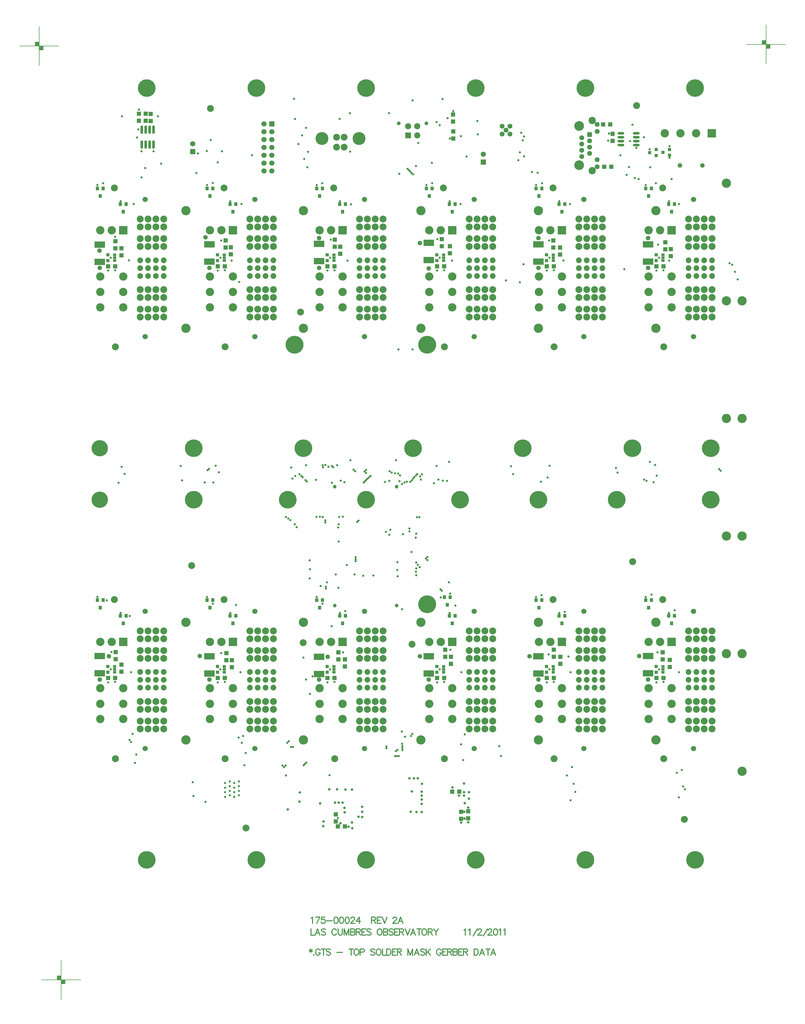
<source format=gts>
%FSLAX23Y23*%
%MOIN*%
G70*
G01*
G75*
G04 Layer_Color=8388736*
%ADD10R,0.035X0.037*%
%ADD11R,0.035X0.037*%
%ADD12O,0.079X0.024*%
%ADD13R,0.036X0.028*%
%ADD14R,0.036X0.036*%
%ADD15R,0.050X0.050*%
%ADD16O,0.028X0.098*%
%ADD17R,0.126X0.071*%
%ADD18R,0.050X0.050*%
%ADD19C,0.010*%
%ADD20C,0.050*%
%ADD21C,0.008*%
%ADD22C,0.005*%
%ADD23C,0.012*%
%ADD24C,0.006*%
%ADD25C,0.012*%
%ADD26C,0.012*%
%ADD27C,0.079*%
%ADD28C,0.157*%
%ADD29C,0.020*%
%ADD30C,0.039*%
%ADD31C,0.220*%
%ADD32C,0.085*%
%ADD33C,0.055*%
%ADD34C,0.116*%
%ADD35R,0.055X0.055*%
%ADD36R,0.098X0.098*%
%ADD37C,0.098*%
%ADD38C,0.059*%
%ADD39C,0.080*%
%ADD40C,0.065*%
%ADD41C,0.055*%
%ADD42R,0.098X0.098*%
%ADD43R,0.059X0.059*%
%ADD44R,0.070X0.070*%
%ADD45C,0.070*%
%ADD46C,0.040*%
%ADD47C,0.110*%
%ADD48C,0.217*%
%ADD49C,0.200*%
%ADD50C,0.026*%
%ADD51C,0.050*%
%ADD52C,0.024*%
%ADD53C,0.025*%
%ADD54C,0.040*%
%ADD55C,0.076*%
%ADD56C,0.131*%
%ADD57C,0.080*%
%ADD58C,0.206*%
%ADD59C,0.102*%
%ADD60C,0.075*%
%ADD61C,0.168*%
%ADD62C,0.091*%
%ADD63C,0.138*%
%ADD64C,0.092*%
G04:AMPARAMS|DCode=65|XSize=100mil|YSize=100mil|CornerRadius=0mil|HoleSize=0mil|Usage=FLASHONLY|Rotation=0.000|XOffset=0mil|YOffset=0mil|HoleType=Round|Shape=Relief|Width=10mil|Gap=10mil|Entries=4|*
%AMTHD65*
7,0,0,0.100,0.080,0.010,45*
%
%ADD65THD65*%
%ADD66C,0.073*%
%ADD67C,0.099*%
%ADD68C,0.075*%
%ADD69C,0.168*%
%ADD70C,0.053*%
%ADD71C,0.068*%
G04:AMPARAMS|DCode=72|XSize=70mil|YSize=70mil|CornerRadius=0mil|HoleSize=0mil|Usage=FLASHONLY|Rotation=0.000|XOffset=0mil|YOffset=0mil|HoleType=Round|Shape=Relief|Width=10mil|Gap=10mil|Entries=4|*
%AMTHD72*
7,0,0,0.070,0.050,0.010,45*
%
%ADD72THD72*%
G04:AMPARAMS|DCode=73|XSize=111.181mil|YSize=111.181mil|CornerRadius=0mil|HoleSize=0mil|Usage=FLASHONLY|Rotation=0.000|XOffset=0mil|YOffset=0mil|HoleType=Round|Shape=Relief|Width=30mil|Gap=10mil|Entries=4|*
%AMTHD73*
7,0,0,0.111,0.091,0.030,45*
%
%ADD73THD73*%
G04:AMPARAMS|DCode=74|XSize=112mil|YSize=112mil|CornerRadius=0mil|HoleSize=0mil|Usage=FLASHONLY|Rotation=0.000|XOffset=0mil|YOffset=0mil|HoleType=Round|Shape=Relief|Width=30mil|Gap=10mil|Entries=4|*
%AMTHD74*
7,0,0,0.112,0.092,0.030,45*
%
%ADD74THD74*%
G04:AMPARAMS|DCode=75|XSize=119.055mil|YSize=119.055mil|CornerRadius=0mil|HoleSize=0mil|Usage=FLASHONLY|Rotation=0.000|XOffset=0mil|YOffset=0mil|HoleType=Round|Shape=Relief|Width=30mil|Gap=10mil|Entries=4|*
%AMTHD75*
7,0,0,0.119,0.099,0.030,45*
%
%ADD75THD75*%
G04:AMPARAMS|DCode=76|XSize=100mil|YSize=100mil|CornerRadius=0mil|HoleSize=0mil|Usage=FLASHONLY|Rotation=0.000|XOffset=0mil|YOffset=0mil|HoleType=Round|Shape=Relief|Width=30mil|Gap=10mil|Entries=4|*
%AMTHD76*
7,0,0,0.100,0.080,0.030,45*
%
%ADD76THD76*%
G04:AMPARAMS|DCode=77|XSize=130mil|YSize=130mil|CornerRadius=0mil|HoleSize=0mil|Usage=FLASHONLY|Rotation=0.000|XOffset=0mil|YOffset=0mil|HoleType=Round|Shape=Relief|Width=30mil|Gap=10mil|Entries=4|*
%AMTHD77*
7,0,0,0.130,0.110,0.030,45*
%
%ADD77THD77*%
G04:AMPARAMS|DCode=78|XSize=88mil|YSize=88mil|CornerRadius=0mil|HoleSize=0mil|Usage=FLASHONLY|Rotation=0.000|XOffset=0mil|YOffset=0mil|HoleType=Round|Shape=Relief|Width=30mil|Gap=10mil|Entries=4|*
%AMTHD78*
7,0,0,0.088,0.068,0.030,45*
%
%ADD78THD78*%
G04:AMPARAMS|DCode=79|XSize=70mil|YSize=70mil|CornerRadius=0mil|HoleSize=0mil|Usage=FLASHONLY|Rotation=0.000|XOffset=0mil|YOffset=0mil|HoleType=Round|Shape=Relief|Width=30mil|Gap=10mil|Entries=4|*
%AMTHD79*
7,0,0,0.070,0.050,0.030,45*
%
%ADD79THD79*%
G04:AMPARAMS|DCode=80|XSize=96.221mil|YSize=96.221mil|CornerRadius=0mil|HoleSize=0mil|Usage=FLASHONLY|Rotation=0.000|XOffset=0mil|YOffset=0mil|HoleType=Round|Shape=Relief|Width=10mil|Gap=10mil|Entries=4|*
%AMTHD80*
7,0,0,0.096,0.076,0.010,45*
%
%ADD80THD80*%
G04:AMPARAMS|DCode=81|XSize=150.551mil|YSize=150.551mil|CornerRadius=0mil|HoleSize=0mil|Usage=FLASHONLY|Rotation=0.000|XOffset=0mil|YOffset=0mil|HoleType=Round|Shape=Relief|Width=10mil|Gap=10mil|Entries=4|*
%AMTHD81*
7,0,0,0.151,0.131,0.010,45*
%
%ADD81THD81*%
G04:AMPARAMS|DCode=82|XSize=122mil|YSize=122mil|CornerRadius=0mil|HoleSize=0mil|Usage=FLASHONLY|Rotation=0.000|XOffset=0mil|YOffset=0mil|HoleType=Round|Shape=Relief|Width=10mil|Gap=10mil|Entries=4|*
%AMTHD82*
7,0,0,0.122,0.102,0.010,45*
%
%ADD82THD82*%
G04:AMPARAMS|DCode=83|XSize=95mil|YSize=95mil|CornerRadius=0mil|HoleSize=0mil|Usage=FLASHONLY|Rotation=0.000|XOffset=0mil|YOffset=0mil|HoleType=Round|Shape=Relief|Width=10mil|Gap=10mil|Entries=4|*
%AMTHD83*
7,0,0,0.095,0.075,0.010,45*
%
%ADD83THD83*%
G04:AMPARAMS|DCode=84|XSize=112mil|YSize=112mil|CornerRadius=0mil|HoleSize=0mil|Usage=FLASHONLY|Rotation=0.000|XOffset=0mil|YOffset=0mil|HoleType=Round|Shape=Relief|Width=10mil|Gap=10mil|Entries=4|*
%AMTHD84*
7,0,0,0.112,0.092,0.010,45*
%
%ADD84THD84*%
G04:AMPARAMS|DCode=85|XSize=93.465mil|YSize=93.465mil|CornerRadius=0mil|HoleSize=0mil|Usage=FLASHONLY|Rotation=0.000|XOffset=0mil|YOffset=0mil|HoleType=Round|Shape=Relief|Width=10mil|Gap=10mil|Entries=4|*
%AMTHD85*
7,0,0,0.093,0.073,0.010,45*
%
%ADD85THD85*%
G04:AMPARAMS|DCode=86|XSize=95.433mil|YSize=95.433mil|CornerRadius=0mil|HoleSize=0mil|Usage=FLASHONLY|Rotation=0.000|XOffset=0mil|YOffset=0mil|HoleType=Round|Shape=Relief|Width=10mil|Gap=10mil|Entries=4|*
%AMTHD86*
7,0,0,0.095,0.075,0.010,45*
%
%ADD86THD86*%
G04:AMPARAMS|DCode=87|XSize=72.992mil|YSize=72.992mil|CornerRadius=0mil|HoleSize=0mil|Usage=FLASHONLY|Rotation=0.000|XOffset=0mil|YOffset=0mil|HoleType=Round|Shape=Relief|Width=10mil|Gap=10mil|Entries=4|*
%AMTHD87*
7,0,0,0.073,0.053,0.010,45*
%
%ADD87THD87*%
G04:AMPARAMS|DCode=88|XSize=88mil|YSize=88mil|CornerRadius=0mil|HoleSize=0mil|Usage=FLASHONLY|Rotation=0.000|XOffset=0mil|YOffset=0mil|HoleType=Round|Shape=Relief|Width=10mil|Gap=10mil|Entries=4|*
%AMTHD88*
7,0,0,0.088,0.068,0.010,45*
%
%ADD88THD88*%
%ADD89R,0.272X0.268*%
%ADD90R,0.075X0.037*%
%ADD91R,0.025X0.100*%
%ADD92R,0.057X0.012*%
%ADD93R,0.025X0.185*%
%ADD94R,0.020X0.020*%
%ADD95R,0.016X0.020*%
%ADD96R,0.070X0.135*%
%ADD97R,0.078X0.048*%
%ADD98R,0.063X0.075*%
%ADD99R,0.045X0.017*%
%ADD100R,0.059X0.087*%
%ADD101R,0.126X0.060*%
%ADD102O,0.027X0.010*%
%ADD103R,0.065X0.094*%
%ADD104O,0.010X0.024*%
%ADD105R,0.094X0.065*%
%ADD106R,0.039X0.059*%
%ADD107R,0.040X0.067*%
%ADD108R,0.059X0.051*%
%ADD109R,0.070X0.025*%
%ADD110O,0.098X0.028*%
%ADD111R,0.051X0.059*%
%ADD112R,0.087X0.059*%
%ADD113C,0.020*%
%ADD114C,0.030*%
%ADD115C,0.010*%
%ADD116C,0.010*%
%ADD117C,0.008*%
%ADD118C,0.007*%
%ADD119R,0.384X0.322*%
%ADD120R,0.043X0.045*%
%ADD121R,0.043X0.045*%
%ADD122O,0.087X0.032*%
%ADD123R,0.044X0.036*%
%ADD124R,0.044X0.044*%
%ADD125R,0.058X0.058*%
%ADD126O,0.036X0.106*%
%ADD127R,0.134X0.079*%
%ADD128R,0.058X0.058*%
%ADD129C,0.087*%
%ADD130C,0.165*%
%ADD131C,0.028*%
%ADD132C,0.047*%
%ADD133C,0.228*%
%ADD134C,0.093*%
%ADD135C,0.063*%
%ADD136C,0.124*%
%ADD137R,0.063X0.063*%
%ADD138R,0.106X0.106*%
%ADD139C,0.106*%
%ADD140C,0.067*%
%ADD141C,0.088*%
%ADD142C,0.073*%
%ADD143C,0.063*%
%ADD144R,0.106X0.106*%
%ADD145R,0.067X0.067*%
%ADD146R,0.078X0.078*%
%ADD147C,0.078*%
%ADD148C,0.048*%
%ADD149C,0.118*%
%ADD150C,0.225*%
%ADD151C,0.208*%
%ADD152C,0.058*%
%ADD153C,0.032*%
D21*
X28695Y16570D02*
X29195D01*
X28945Y16320D02*
Y16820D01*
X28995Y16520D02*
Y16570D01*
X28945Y16520D02*
X28995D01*
X28895Y16570D02*
Y16620D01*
X28945D01*
X28900Y16575D02*
X28940D01*
X28900D02*
Y16615D01*
X28940D01*
Y16575D02*
Y16615D01*
X28905Y16580D02*
X28935D01*
X28905D02*
Y16610D01*
X28935D01*
Y16585D02*
Y16610D01*
X28910Y16585D02*
X28930D01*
X28910D02*
Y16605D01*
X28930D01*
Y16590D02*
Y16605D01*
X28915Y16590D02*
X28925D01*
X28915D02*
Y16600D01*
X28925D01*
Y16590D02*
Y16600D01*
X28915Y16595D02*
X28925D01*
X28950Y16525D02*
X28990D01*
X28950D02*
Y16565D01*
X28990D01*
Y16525D02*
Y16565D01*
X28955Y16530D02*
X28985D01*
X28955D02*
Y16560D01*
X28985D01*
Y16535D02*
Y16560D01*
X28960Y16535D02*
X28980D01*
X28960D02*
Y16555D01*
X28980D01*
Y16540D02*
Y16555D01*
X28965Y16540D02*
X28975D01*
X28965D02*
Y16550D01*
X28975D01*
Y16540D02*
Y16550D01*
X28965Y16545D02*
X28975D01*
X28415Y28480D02*
X28915D01*
X28665Y28230D02*
Y28730D01*
X28715Y28430D02*
Y28480D01*
X28665Y28430D02*
X28715D01*
X28615Y28480D02*
Y28530D01*
X28665D01*
X28620Y28485D02*
X28660D01*
X28620D02*
Y28525D01*
X28660D01*
Y28485D02*
Y28525D01*
X28625Y28490D02*
X28655D01*
X28625D02*
Y28520D01*
X28655D01*
Y28495D02*
Y28520D01*
X28630Y28495D02*
X28650D01*
X28630D02*
Y28515D01*
X28650D01*
Y28500D02*
Y28515D01*
X28635Y28500D02*
X28645D01*
X28635D02*
Y28510D01*
X28645D01*
Y28500D02*
Y28510D01*
X28635Y28505D02*
X28645D01*
X28670Y28435D02*
X28710D01*
X28670D02*
Y28475D01*
X28710D01*
Y28435D02*
Y28475D01*
X28675Y28440D02*
X28705D01*
X28675D02*
Y28470D01*
X28705D01*
Y28445D02*
Y28470D01*
X28680Y28445D02*
X28700D01*
X28680D02*
Y28465D01*
X28700D01*
Y28450D02*
Y28465D01*
X28685Y28450D02*
X28695D01*
X28685D02*
Y28460D01*
X28695D01*
Y28450D02*
Y28460D01*
X28685Y28455D02*
X28695D01*
X37695Y28500D02*
X38195D01*
X37945Y28250D02*
Y28750D01*
X37995Y28450D02*
Y28500D01*
X37945Y28450D02*
X37995D01*
X37895Y28500D02*
Y28550D01*
X37945D01*
X37900Y28505D02*
X37940D01*
X37900D02*
Y28545D01*
X37940D01*
Y28505D02*
Y28545D01*
X37905Y28510D02*
X37935D01*
X37905D02*
Y28540D01*
X37935D01*
Y28515D02*
Y28540D01*
X37910Y28515D02*
X37930D01*
X37910D02*
Y28535D01*
X37930D01*
Y28520D02*
Y28535D01*
X37915Y28520D02*
X37925D01*
X37915D02*
Y28530D01*
X37925D01*
Y28520D02*
Y28530D01*
X37915Y28525D02*
X37925D01*
X37950Y28455D02*
X37990D01*
X37950D02*
Y28495D01*
X37990D01*
Y28455D02*
Y28495D01*
X37955Y28460D02*
X37985D01*
X37955D02*
Y28490D01*
X37985D01*
Y28465D02*
Y28490D01*
X37960Y28465D02*
X37980D01*
X37960D02*
Y28485D01*
X37980D01*
Y28470D02*
Y28485D01*
X37965Y28470D02*
X37975D01*
X37965D02*
Y28480D01*
X37975D01*
Y28470D02*
Y28480D01*
X37965Y28475D02*
X37975D01*
D23*
X32136Y17353D02*
X32144Y17357D01*
X32155Y17369D01*
Y17289D01*
X32248Y17369D02*
X32210Y17289D01*
X32195Y17369D02*
X32248D01*
X32312D02*
X32274D01*
X32270Y17334D01*
X32274Y17338D01*
X32285Y17342D01*
X32296D01*
X32308Y17338D01*
X32315Y17330D01*
X32319Y17319D01*
Y17311D01*
X32315Y17300D01*
X32308Y17292D01*
X32296Y17289D01*
X32285D01*
X32274Y17292D01*
X32270Y17296D01*
X32266Y17304D01*
X32337Y17323D02*
X32406D01*
X32452Y17369D02*
X32441Y17365D01*
X32433Y17353D01*
X32429Y17334D01*
Y17323D01*
X32433Y17304D01*
X32441Y17292D01*
X32452Y17289D01*
X32460D01*
X32471Y17292D01*
X32479Y17304D01*
X32483Y17323D01*
Y17334D01*
X32479Y17353D01*
X32471Y17365D01*
X32460Y17369D01*
X32452D01*
X32523D02*
X32512Y17365D01*
X32504Y17353D01*
X32501Y17334D01*
Y17323D01*
X32504Y17304D01*
X32512Y17292D01*
X32523Y17289D01*
X32531D01*
X32542Y17292D01*
X32550Y17304D01*
X32554Y17323D01*
Y17334D01*
X32550Y17353D01*
X32542Y17365D01*
X32531Y17369D01*
X32523D01*
X32595D02*
X32583Y17365D01*
X32576Y17353D01*
X32572Y17334D01*
Y17323D01*
X32576Y17304D01*
X32583Y17292D01*
X32595Y17289D01*
X32602D01*
X32614Y17292D01*
X32621Y17304D01*
X32625Y17323D01*
Y17334D01*
X32621Y17353D01*
X32614Y17365D01*
X32602Y17369D01*
X32595D01*
X32647Y17350D02*
Y17353D01*
X32651Y17361D01*
X32654Y17365D01*
X32662Y17369D01*
X32677D01*
X32685Y17365D01*
X32689Y17361D01*
X32692Y17353D01*
Y17346D01*
X32689Y17338D01*
X32681Y17327D01*
X32643Y17289D01*
X32696D01*
X32752Y17369D02*
X32714Y17315D01*
X32771D01*
X32752Y17369D02*
Y17289D01*
X32911Y17369D02*
Y17289D01*
Y17369D02*
X32945D01*
X32957Y17365D01*
X32961Y17361D01*
X32964Y17353D01*
Y17346D01*
X32961Y17338D01*
X32957Y17334D01*
X32945Y17330D01*
X32911D01*
X32938D02*
X32964Y17289D01*
X33032Y17369D02*
X32982D01*
Y17289D01*
X33032D01*
X32982Y17330D02*
X33013D01*
X33045Y17369D02*
X33076Y17289D01*
X33106Y17369D02*
X33076Y17289D01*
X33183Y17350D02*
Y17353D01*
X33187Y17361D01*
X33191Y17365D01*
X33198Y17369D01*
X33214D01*
X33221Y17365D01*
X33225Y17361D01*
X33229Y17353D01*
Y17346D01*
X33225Y17338D01*
X33217Y17327D01*
X33179Y17289D01*
X33233D01*
X33311D02*
X33281Y17369D01*
X33250Y17289D01*
X33262Y17315D02*
X33300D01*
D25*
X32134Y16963D02*
Y16917D01*
X32115Y16952D02*
X32153Y16929D01*
Y16952D02*
X32115Y16929D01*
X32173Y16891D02*
X32169Y16887D01*
X32173Y16883D01*
X32177Y16887D01*
X32173Y16891D01*
X32252Y16944D02*
X32248Y16952D01*
X32240Y16959D01*
X32233Y16963D01*
X32217D01*
X32210Y16959D01*
X32202Y16952D01*
X32198Y16944D01*
X32195Y16933D01*
Y16913D01*
X32198Y16902D01*
X32202Y16894D01*
X32210Y16887D01*
X32217Y16883D01*
X32233D01*
X32240Y16887D01*
X32248Y16894D01*
X32252Y16902D01*
Y16913D01*
X32233D02*
X32252D01*
X32297Y16963D02*
Y16883D01*
X32270Y16963D02*
X32323D01*
X32386Y16952D02*
X32379Y16959D01*
X32367Y16963D01*
X32352D01*
X32340Y16959D01*
X32333Y16952D01*
Y16944D01*
X32337Y16936D01*
X32340Y16933D01*
X32348Y16929D01*
X32371Y16921D01*
X32379Y16917D01*
X32382Y16913D01*
X32386Y16906D01*
Y16894D01*
X32379Y16887D01*
X32367Y16883D01*
X32352D01*
X32340Y16887D01*
X32333Y16894D01*
X32467Y16917D02*
X32535D01*
X32649Y16963D02*
Y16883D01*
X32622Y16963D02*
X32675D01*
X32708D02*
X32700Y16959D01*
X32692Y16952D01*
X32689Y16944D01*
X32685Y16933D01*
Y16913D01*
X32689Y16902D01*
X32692Y16894D01*
X32700Y16887D01*
X32708Y16883D01*
X32723D01*
X32730Y16887D01*
X32738Y16894D01*
X32742Y16902D01*
X32746Y16913D01*
Y16933D01*
X32742Y16944D01*
X32738Y16952D01*
X32730Y16959D01*
X32723Y16963D01*
X32708D01*
X32764Y16921D02*
X32799D01*
X32810Y16925D01*
X32814Y16929D01*
X32818Y16936D01*
Y16948D01*
X32814Y16955D01*
X32810Y16959D01*
X32799Y16963D01*
X32764D01*
Y16883D01*
X32952Y16952D02*
X32944Y16959D01*
X32933Y16963D01*
X32917D01*
X32906Y16959D01*
X32898Y16952D01*
Y16944D01*
X32902Y16936D01*
X32906Y16933D01*
X32914Y16929D01*
X32937Y16921D01*
X32944Y16917D01*
X32948Y16913D01*
X32952Y16906D01*
Y16894D01*
X32944Y16887D01*
X32933Y16883D01*
X32917D01*
X32906Y16887D01*
X32898Y16894D01*
X32993Y16963D02*
X32985Y16959D01*
X32977Y16952D01*
X32973Y16944D01*
X32970Y16933D01*
Y16913D01*
X32973Y16902D01*
X32977Y16894D01*
X32985Y16887D01*
X32993Y16883D01*
X33008D01*
X33015Y16887D01*
X33023Y16894D01*
X33027Y16902D01*
X33031Y16913D01*
Y16933D01*
X33027Y16944D01*
X33023Y16952D01*
X33015Y16959D01*
X33008Y16963D01*
X32993D01*
X33049D02*
Y16883D01*
X33095D01*
X33104Y16963D02*
Y16883D01*
Y16963D02*
X33130D01*
X33142Y16959D01*
X33149Y16952D01*
X33153Y16944D01*
X33157Y16933D01*
Y16913D01*
X33153Y16902D01*
X33149Y16894D01*
X33142Y16887D01*
X33130Y16883D01*
X33104D01*
X33224Y16963D02*
X33175D01*
Y16883D01*
X33224D01*
X33175Y16925D02*
X33205D01*
X33238Y16963D02*
Y16883D01*
Y16963D02*
X33272D01*
X33284Y16959D01*
X33287Y16955D01*
X33291Y16948D01*
Y16940D01*
X33287Y16933D01*
X33284Y16929D01*
X33272Y16925D01*
X33238D01*
X33264D02*
X33291Y16883D01*
X33372Y16963D02*
Y16883D01*
Y16963D02*
X33402Y16883D01*
X33433Y16963D02*
X33402Y16883D01*
X33433Y16963D02*
Y16883D01*
X33517D02*
X33486Y16963D01*
X33456Y16883D01*
X33467Y16910D02*
X33505D01*
X33589Y16952D02*
X33581Y16959D01*
X33570Y16963D01*
X33554D01*
X33543Y16959D01*
X33535Y16952D01*
Y16944D01*
X33539Y16936D01*
X33543Y16933D01*
X33551Y16929D01*
X33573Y16921D01*
X33581Y16917D01*
X33585Y16913D01*
X33589Y16906D01*
Y16894D01*
X33581Y16887D01*
X33570Y16883D01*
X33554D01*
X33543Y16887D01*
X33535Y16894D01*
X33606Y16963D02*
Y16883D01*
X33660Y16963D02*
X33606Y16910D01*
X33626Y16929D02*
X33660Y16883D01*
X33798Y16944D02*
X33794Y16952D01*
X33786Y16959D01*
X33779Y16963D01*
X33763D01*
X33756Y16959D01*
X33748Y16952D01*
X33744Y16944D01*
X33741Y16933D01*
Y16913D01*
X33744Y16902D01*
X33748Y16894D01*
X33756Y16887D01*
X33763Y16883D01*
X33779D01*
X33786Y16887D01*
X33794Y16894D01*
X33798Y16902D01*
Y16913D01*
X33779D02*
X33798D01*
X33865Y16963D02*
X33816D01*
Y16883D01*
X33865D01*
X33816Y16925D02*
X33846D01*
X33879Y16963D02*
Y16883D01*
Y16963D02*
X33913D01*
X33925Y16959D01*
X33928Y16955D01*
X33932Y16948D01*
Y16940D01*
X33928Y16933D01*
X33925Y16929D01*
X33913Y16925D01*
X33879D01*
X33905D02*
X33932Y16883D01*
X33950Y16963D02*
Y16883D01*
Y16963D02*
X33984D01*
X33996Y16959D01*
X34000Y16955D01*
X34003Y16948D01*
Y16940D01*
X34000Y16933D01*
X33996Y16929D01*
X33984Y16925D01*
X33950D02*
X33984D01*
X33996Y16921D01*
X34000Y16917D01*
X34003Y16910D01*
Y16898D01*
X34000Y16891D01*
X33996Y16887D01*
X33984Y16883D01*
X33950D01*
X34071Y16963D02*
X34021D01*
Y16883D01*
X34071D01*
X34021Y16925D02*
X34052D01*
X34084Y16963D02*
Y16883D01*
Y16963D02*
X34118D01*
X34130Y16959D01*
X34134Y16955D01*
X34137Y16948D01*
Y16940D01*
X34134Y16933D01*
X34130Y16929D01*
X34118Y16925D01*
X34084D01*
X34111D02*
X34137Y16883D01*
X34218Y16963D02*
Y16883D01*
Y16963D02*
X34245D01*
X34256Y16959D01*
X34264Y16952D01*
X34268Y16944D01*
X34271Y16933D01*
Y16913D01*
X34268Y16902D01*
X34264Y16894D01*
X34256Y16887D01*
X34245Y16883D01*
X34218D01*
X34350D02*
X34320Y16963D01*
X34289Y16883D01*
X34301Y16910D02*
X34339D01*
X34396Y16963D02*
Y16883D01*
X34369Y16963D02*
X34422D01*
X34493Y16883D02*
X34462Y16963D01*
X34432Y16883D01*
X34443Y16910D02*
X34481D01*
D26*
X32136Y17219D02*
Y17139D01*
X32182D01*
X32251D02*
X32221Y17219D01*
X32190Y17139D01*
X32202Y17165D02*
X32240D01*
X32323Y17207D02*
X32316Y17215D01*
X32304Y17219D01*
X32289D01*
X32278Y17215D01*
X32270Y17207D01*
Y17200D01*
X32274Y17192D01*
X32278Y17188D01*
X32285Y17184D01*
X32308Y17177D01*
X32316Y17173D01*
X32320Y17169D01*
X32323Y17161D01*
Y17150D01*
X32316Y17142D01*
X32304Y17139D01*
X32289D01*
X32278Y17142D01*
X32270Y17150D01*
X32461Y17200D02*
X32457Y17207D01*
X32450Y17215D01*
X32442Y17219D01*
X32427D01*
X32419Y17215D01*
X32412Y17207D01*
X32408Y17200D01*
X32404Y17188D01*
Y17169D01*
X32408Y17158D01*
X32412Y17150D01*
X32419Y17142D01*
X32427Y17139D01*
X32442D01*
X32450Y17142D01*
X32457Y17150D01*
X32461Y17158D01*
X32484Y17219D02*
Y17161D01*
X32488Y17150D01*
X32495Y17142D01*
X32507Y17139D01*
X32514D01*
X32526Y17142D01*
X32533Y17150D01*
X32537Y17161D01*
Y17219D01*
X32559D02*
Y17139D01*
Y17219D02*
X32590Y17139D01*
X32620Y17219D02*
X32590Y17139D01*
X32620Y17219D02*
Y17139D01*
X32643Y17219D02*
Y17139D01*
Y17219D02*
X32677D01*
X32689Y17215D01*
X32692Y17211D01*
X32696Y17203D01*
Y17196D01*
X32692Y17188D01*
X32689Y17184D01*
X32677Y17180D01*
X32643D02*
X32677D01*
X32689Y17177D01*
X32692Y17173D01*
X32696Y17165D01*
Y17154D01*
X32692Y17146D01*
X32689Y17142D01*
X32677Y17139D01*
X32643D01*
X32714Y17219D02*
Y17139D01*
Y17219D02*
X32748D01*
X32760Y17215D01*
X32764Y17211D01*
X32768Y17203D01*
Y17196D01*
X32764Y17188D01*
X32760Y17184D01*
X32748Y17180D01*
X32714D01*
X32741D02*
X32768Y17139D01*
X32835Y17219D02*
X32785D01*
Y17139D01*
X32835D01*
X32785Y17180D02*
X32816D01*
X32902Y17207D02*
X32894Y17215D01*
X32883Y17219D01*
X32867D01*
X32856Y17215D01*
X32848Y17207D01*
Y17200D01*
X32852Y17192D01*
X32856Y17188D01*
X32863Y17184D01*
X32886Y17177D01*
X32894Y17173D01*
X32898Y17169D01*
X32902Y17161D01*
Y17150D01*
X32894Y17142D01*
X32883Y17139D01*
X32867D01*
X32856Y17142D01*
X32848Y17150D01*
X33005Y17219D02*
X32998Y17215D01*
X32990Y17207D01*
X32986Y17200D01*
X32982Y17188D01*
Y17169D01*
X32986Y17158D01*
X32990Y17150D01*
X32998Y17142D01*
X33005Y17139D01*
X33020D01*
X33028Y17142D01*
X33036Y17150D01*
X33039Y17158D01*
X33043Y17169D01*
Y17188D01*
X33039Y17200D01*
X33036Y17207D01*
X33028Y17215D01*
X33020Y17219D01*
X33005D01*
X33062D02*
Y17139D01*
Y17219D02*
X33096D01*
X33108Y17215D01*
X33111Y17211D01*
X33115Y17203D01*
Y17196D01*
X33111Y17188D01*
X33108Y17184D01*
X33096Y17180D01*
X33062D02*
X33096D01*
X33108Y17177D01*
X33111Y17173D01*
X33115Y17165D01*
Y17154D01*
X33111Y17146D01*
X33108Y17142D01*
X33096Y17139D01*
X33062D01*
X33186Y17207D02*
X33179Y17215D01*
X33167Y17219D01*
X33152D01*
X33141Y17215D01*
X33133Y17207D01*
Y17200D01*
X33137Y17192D01*
X33141Y17188D01*
X33148Y17184D01*
X33171Y17177D01*
X33179Y17173D01*
X33183Y17169D01*
X33186Y17161D01*
Y17150D01*
X33179Y17142D01*
X33167Y17139D01*
X33152D01*
X33141Y17142D01*
X33133Y17150D01*
X33254Y17219D02*
X33204D01*
Y17139D01*
X33254D01*
X33204Y17180D02*
X33235D01*
X33267Y17219D02*
Y17139D01*
Y17219D02*
X33301D01*
X33313Y17215D01*
X33317Y17211D01*
X33321Y17203D01*
Y17196D01*
X33317Y17188D01*
X33313Y17184D01*
X33301Y17180D01*
X33267D01*
X33294D02*
X33321Y17139D01*
X33338Y17219D02*
X33369Y17139D01*
X33399Y17219D02*
X33369Y17139D01*
X33471D02*
X33440Y17219D01*
X33410Y17139D01*
X33421Y17165D02*
X33459D01*
X33516Y17219D02*
Y17139D01*
X33489Y17219D02*
X33543D01*
X33575D02*
X33567Y17215D01*
X33560Y17207D01*
X33556Y17200D01*
X33552Y17188D01*
Y17169D01*
X33556Y17158D01*
X33560Y17150D01*
X33567Y17142D01*
X33575Y17139D01*
X33590D01*
X33598Y17142D01*
X33605Y17150D01*
X33609Y17158D01*
X33613Y17169D01*
Y17188D01*
X33609Y17200D01*
X33605Y17207D01*
X33598Y17215D01*
X33590Y17219D01*
X33575D01*
X33632D02*
Y17139D01*
Y17219D02*
X33666D01*
X33677Y17215D01*
X33681Y17211D01*
X33685Y17203D01*
Y17196D01*
X33681Y17188D01*
X33677Y17184D01*
X33666Y17180D01*
X33632D01*
X33658D02*
X33685Y17139D01*
X33703Y17219D02*
X33733Y17180D01*
Y17139D01*
X33764Y17219D02*
X33733Y17180D01*
X34088Y17203D02*
X34096Y17207D01*
X34107Y17219D01*
Y17139D01*
X34147Y17203D02*
X34155Y17207D01*
X34166Y17219D01*
Y17139D01*
X34206Y17127D02*
X34259Y17219D01*
X34268Y17200D02*
Y17203D01*
X34272Y17211D01*
X34276Y17215D01*
X34283Y17219D01*
X34299D01*
X34306Y17215D01*
X34310Y17211D01*
X34314Y17203D01*
Y17196D01*
X34310Y17188D01*
X34302Y17177D01*
X34264Y17139D01*
X34318D01*
X34336Y17127D02*
X34389Y17219D01*
X34398Y17200D02*
Y17203D01*
X34402Y17211D01*
X34406Y17215D01*
X34413Y17219D01*
X34428D01*
X34436Y17215D01*
X34440Y17211D01*
X34444Y17203D01*
Y17196D01*
X34440Y17188D01*
X34432Y17177D01*
X34394Y17139D01*
X34448D01*
X34488Y17219D02*
X34477Y17215D01*
X34469Y17203D01*
X34465Y17184D01*
Y17173D01*
X34469Y17154D01*
X34477Y17142D01*
X34488Y17139D01*
X34496D01*
X34507Y17142D01*
X34515Y17154D01*
X34519Y17173D01*
Y17184D01*
X34515Y17203D01*
X34507Y17215D01*
X34496Y17219D01*
X34488D01*
X34537Y17203D02*
X34544Y17207D01*
X34556Y17219D01*
Y17139D01*
X34595Y17203D02*
X34603Y17207D01*
X34614Y17219D01*
Y17139D01*
D120*
X29777Y26463D02*
D03*
X29740Y26365D02*
D03*
X36482Y21412D02*
D03*
X36445Y21314D02*
D03*
X35082Y21412D02*
D03*
X35045Y21314D02*
D03*
X33913Y21449D02*
D03*
X33875Y21351D02*
D03*
X32282Y21412D02*
D03*
X32245Y21314D02*
D03*
X30882Y21412D02*
D03*
X30845Y21314D02*
D03*
X29482Y21412D02*
D03*
X29445Y21314D02*
D03*
X36482Y26663D02*
D03*
X36445Y26565D02*
D03*
X35082Y26663D02*
D03*
X35045Y26565D02*
D03*
X33682Y26663D02*
D03*
X33645Y26565D02*
D03*
X32282Y26663D02*
D03*
X32245Y26565D02*
D03*
X30882Y26663D02*
D03*
X30845Y26565D02*
D03*
X29482Y26663D02*
D03*
X29445Y26565D02*
D03*
X36777Y21212D02*
D03*
X36740Y21114D02*
D03*
X35377Y21212D02*
D03*
X35340Y21114D02*
D03*
X33977Y21212D02*
D03*
X33940Y21114D02*
D03*
X32577Y21212D02*
D03*
X32540Y21114D02*
D03*
X31177Y21212D02*
D03*
X31140Y21114D02*
D03*
X29777Y21212D02*
D03*
X29740Y21114D02*
D03*
X36777Y26463D02*
D03*
X36740Y26365D02*
D03*
X35377Y26463D02*
D03*
X35340Y26365D02*
D03*
X33977Y26463D02*
D03*
X33940Y26365D02*
D03*
X32577Y26463D02*
D03*
X32540Y26365D02*
D03*
X31177Y26463D02*
D03*
X31140Y26365D02*
D03*
D121*
X29703Y26463D02*
D03*
X36408Y21412D02*
D03*
X35008D02*
D03*
X33838Y21449D02*
D03*
X32208Y21412D02*
D03*
X30808D02*
D03*
X29408D02*
D03*
X36408Y26663D02*
D03*
X35008D02*
D03*
X33608D02*
D03*
X32208D02*
D03*
X30808D02*
D03*
X29408D02*
D03*
X36703Y21212D02*
D03*
X35303D02*
D03*
X33903D02*
D03*
X32503D02*
D03*
X31103D02*
D03*
X29703D02*
D03*
X36703Y26463D02*
D03*
X35303D02*
D03*
X33903D02*
D03*
X32503D02*
D03*
X31103D02*
D03*
D122*
X36094Y27365D02*
D03*
Y27315D02*
D03*
Y27265D02*
D03*
Y27215D02*
D03*
X36290Y27365D02*
D03*
Y27315D02*
D03*
Y27265D02*
D03*
Y27215D02*
D03*
D123*
X29628Y25742D02*
D03*
Y25816D02*
D03*
Y25779D02*
D03*
X36628Y20491D02*
D03*
Y20565D02*
D03*
Y20528D02*
D03*
X35228Y20491D02*
D03*
Y20565D02*
D03*
Y20528D02*
D03*
X33828Y20491D02*
D03*
Y20565D02*
D03*
Y20528D02*
D03*
X32428Y20491D02*
D03*
Y20565D02*
D03*
Y20528D02*
D03*
X31028Y20491D02*
D03*
Y20565D02*
D03*
Y20528D02*
D03*
X29628Y20491D02*
D03*
Y20565D02*
D03*
Y20528D02*
D03*
X36628Y25742D02*
D03*
Y25816D02*
D03*
Y25779D02*
D03*
X35228Y25742D02*
D03*
Y25816D02*
D03*
Y25779D02*
D03*
X33828Y25742D02*
D03*
Y25816D02*
D03*
Y25779D02*
D03*
X32428Y25742D02*
D03*
Y25816D02*
D03*
Y25779D02*
D03*
X31028Y25742D02*
D03*
Y25816D02*
D03*
Y25779D02*
D03*
D124*
X29542Y25742D02*
D03*
Y25816D02*
D03*
X36544Y27083D02*
D03*
X36458Y27120D02*
D03*
X36544Y27157D02*
D03*
X36542Y20491D02*
D03*
Y20565D02*
D03*
X35142Y20491D02*
D03*
Y20565D02*
D03*
X33742Y20491D02*
D03*
Y20565D02*
D03*
X32342Y20491D02*
D03*
Y20565D02*
D03*
X30942Y20491D02*
D03*
Y20565D02*
D03*
X29542Y20491D02*
D03*
Y20565D02*
D03*
X36542Y25742D02*
D03*
Y25816D02*
D03*
X35142Y25742D02*
D03*
Y25816D02*
D03*
X33742Y25742D02*
D03*
Y25816D02*
D03*
X32342Y25742D02*
D03*
Y25816D02*
D03*
X30942Y25742D02*
D03*
Y25816D02*
D03*
X36714Y27085D02*
D03*
X36628Y27122D02*
D03*
X36714Y27159D02*
D03*
D125*
X36715Y20650D02*
D03*
Y20560D02*
D03*
X33952Y27300D02*
D03*
Y27390D02*
D03*
X33951Y27604D02*
D03*
Y27514D02*
D03*
X32454Y18679D02*
D03*
Y18589D02*
D03*
X34054Y18623D02*
D03*
Y18713D02*
D03*
X34142Y18718D02*
D03*
Y18628D02*
D03*
X30025Y27524D02*
D03*
Y27614D02*
D03*
X29940D02*
D03*
Y27524D02*
D03*
X30090Y27613D02*
D03*
Y27523D02*
D03*
X35986Y27270D02*
D03*
Y27360D02*
D03*
X29640Y25900D02*
D03*
Y25990D02*
D03*
X31045Y25910D02*
D03*
Y26000D02*
D03*
X32440Y25918D02*
D03*
Y26008D02*
D03*
X33805Y25925D02*
D03*
Y26015D02*
D03*
X35230Y25910D02*
D03*
Y26000D02*
D03*
X36658Y25886D02*
D03*
Y25976D02*
D03*
X29642Y20657D02*
D03*
Y20747D02*
D03*
X31055Y20645D02*
D03*
Y20735D02*
D03*
X32485Y20655D02*
D03*
Y20745D02*
D03*
X33849Y20689D02*
D03*
Y20779D02*
D03*
X35235Y20690D02*
D03*
Y20780D02*
D03*
X36625Y20655D02*
D03*
Y20745D02*
D03*
X29715Y25900D02*
D03*
Y25810D02*
D03*
X31114Y25911D02*
D03*
Y25821D02*
D03*
X32511Y25919D02*
D03*
Y25829D02*
D03*
X33910Y25925D02*
D03*
Y25835D02*
D03*
X35315Y25910D02*
D03*
Y25820D02*
D03*
X36730Y25887D02*
D03*
Y25797D02*
D03*
X29715Y20587D02*
D03*
Y20497D02*
D03*
X31125Y20645D02*
D03*
Y20555D02*
D03*
X32570Y20655D02*
D03*
Y20565D02*
D03*
X33923Y20689D02*
D03*
Y20599D02*
D03*
X35320Y20690D02*
D03*
Y20600D02*
D03*
D126*
X29975Y27221D02*
D03*
X30025D02*
D03*
X30075D02*
D03*
X30125D02*
D03*
X29975Y27413D02*
D03*
X30025D02*
D03*
X30075D02*
D03*
X30125D02*
D03*
D127*
X29440Y25945D02*
D03*
Y25725D02*
D03*
X36440Y20698D02*
D03*
Y20478D02*
D03*
X35040Y20695D02*
D03*
Y20475D02*
D03*
X33640Y20695D02*
D03*
Y20475D02*
D03*
X32240Y20690D02*
D03*
Y20470D02*
D03*
X30840Y20695D02*
D03*
Y20475D02*
D03*
X29440Y20698D02*
D03*
Y20478D02*
D03*
X36440Y25949D02*
D03*
Y25729D02*
D03*
X35040Y25950D02*
D03*
Y25730D02*
D03*
X33640Y25969D02*
D03*
Y25749D02*
D03*
X32240Y25955D02*
D03*
Y25735D02*
D03*
X30840Y25950D02*
D03*
Y25730D02*
D03*
D128*
X36545Y20418D02*
D03*
X36635D02*
D03*
X35145D02*
D03*
X35235D02*
D03*
X33745D02*
D03*
X33835D02*
D03*
X32345D02*
D03*
X32435D02*
D03*
X30945D02*
D03*
X31035D02*
D03*
X29545D02*
D03*
X29635D02*
D03*
X36545Y25669D02*
D03*
X36635D02*
D03*
X35145D02*
D03*
X35235D02*
D03*
X33745D02*
D03*
X33835D02*
D03*
X32345D02*
D03*
X32435D02*
D03*
X30945D02*
D03*
X31035D02*
D03*
X29545D02*
D03*
X29635D02*
D03*
X32479Y18524D02*
D03*
X32569D02*
D03*
X33939Y18968D02*
D03*
X34029D02*
D03*
X35879Y26937D02*
D03*
X35969D02*
D03*
X35866Y27477D02*
D03*
X35956D02*
D03*
D129*
X32561Y27190D02*
D03*
X32463D02*
D03*
Y27316D02*
D03*
X32561D02*
D03*
D130*
X32275Y27297D02*
D03*
X32749D02*
D03*
D131*
X31216Y18921D02*
D03*
Y18980D02*
D03*
Y19039D02*
D03*
Y19098D02*
D03*
X31157Y19079D02*
D03*
Y19020D02*
D03*
Y18961D02*
D03*
Y18902D02*
D03*
X31098Y18921D02*
D03*
Y18980D02*
D03*
Y19039D02*
D03*
Y19098D02*
D03*
X31039Y19079D02*
D03*
Y19020D02*
D03*
Y18961D02*
D03*
Y18902D02*
D03*
X30990Y20735D02*
D03*
X32545Y20745D02*
D03*
X33915Y20780D02*
D03*
X35170Y20720D02*
D03*
X36560Y20745D02*
D03*
X36565Y25945D02*
D03*
X35175Y26000D02*
D03*
X33750Y26015D02*
D03*
X32390Y26010D02*
D03*
X30990Y26000D02*
D03*
X29635Y26045D02*
D03*
X29590Y20747D02*
D03*
X32038Y20679D02*
D03*
X29974Y27136D02*
D03*
X30125D02*
D03*
X29932Y27414D02*
D03*
X29940Y27668D02*
D03*
X29915Y27313D02*
D03*
X30019Y26922D02*
D03*
X30807Y27139D02*
D03*
X30857Y27280D02*
D03*
X30999Y27136D02*
D03*
X30693Y27108D02*
D03*
X30945Y26995D02*
D03*
X33506Y27243D02*
D03*
X33139Y23054D02*
D03*
X33210Y23028D02*
D03*
X33167Y23038D02*
D03*
X37366Y23063D02*
D03*
X31990Y23018D02*
D03*
X36051Y23037D02*
D03*
X32014Y22994D02*
D03*
X34716Y23019D02*
D03*
X32031Y22977D02*
D03*
X32840Y23072D02*
D03*
X32820Y23052D02*
D03*
X32840Y23032D02*
D03*
X32205Y22472D02*
D03*
X32248Y22474D02*
D03*
X32287Y22471D02*
D03*
X32542Y22476D02*
D03*
X33519Y22468D02*
D03*
X35073Y22921D02*
D03*
X33707Y22903D02*
D03*
X33404Y22920D02*
D03*
X33423Y22940D02*
D03*
X33439Y22961D02*
D03*
X33455Y22982D02*
D03*
X33475Y23001D02*
D03*
X33494Y23018D02*
D03*
X33328Y22911D02*
D03*
X33081Y22920D02*
D03*
X32402Y22907D02*
D03*
X31936Y22994D02*
D03*
X30778Y22913D02*
D03*
X32470Y23131D02*
D03*
X32288Y23106D02*
D03*
X32285Y23133D02*
D03*
X32318Y23134D02*
D03*
X32072Y23132D02*
D03*
X30919Y23125D02*
D03*
X29718Y23113D02*
D03*
X33137Y22931D02*
D03*
X33361Y22922D02*
D03*
X33873Y22933D02*
D03*
X33821Y22936D02*
D03*
X33094Y22282D02*
D03*
X33133Y27623D02*
D03*
X32633D02*
D03*
X32502Y27547D02*
D03*
X31933D02*
D03*
X34803Y25465D02*
D03*
X34850Y25695D02*
D03*
X31919Y27806D02*
D03*
X33815Y27801D02*
D03*
X33433Y27784D02*
D03*
X34627Y25488D02*
D03*
X37582Y25503D02*
D03*
X37549Y25597D02*
D03*
X37513Y25689D02*
D03*
X37479Y25709D02*
D03*
X31220Y25470D02*
D03*
X32122Y20216D02*
D03*
X32157Y20439D02*
D03*
X32073Y20399D02*
D03*
X32400Y21079D02*
D03*
X36807Y19210D02*
D03*
X36834Y18895D02*
D03*
Y20492D02*
D03*
X36868Y19245D02*
D03*
X36885Y19036D02*
D03*
X36908Y18999D02*
D03*
X35404Y19175D02*
D03*
X35423Y20691D02*
D03*
X35448Y18858D02*
D03*
X35451Y20491D02*
D03*
X35468Y19281D02*
D03*
X35489Y19069D02*
D03*
X35509Y18966D02*
D03*
X34054Y19572D02*
D03*
X34080Y19372D02*
D03*
X34056Y20492D02*
D03*
X34099Y19697D02*
D03*
X34564Y19422D02*
D03*
X34538Y19548D02*
D03*
X33296Y19735D02*
D03*
X33336Y19668D02*
D03*
X33301Y19579D02*
D03*
X33302Y19548D02*
D03*
Y19524D02*
D03*
Y19500D02*
D03*
X33208Y19421D02*
D03*
X31874Y22433D02*
D03*
X31814Y19302D02*
D03*
X31817Y22473D02*
D03*
X31774Y19302D02*
D03*
X32042Y19304D02*
D03*
X32059Y19321D02*
D03*
X32076Y19338D02*
D03*
X33256Y19421D02*
D03*
X33232D02*
D03*
X31212Y19657D02*
D03*
X31252Y19592D02*
D03*
X31235Y20491D02*
D03*
X31271Y19680D02*
D03*
X31287Y19304D02*
D03*
X31304Y19462D02*
D03*
X29821Y19629D02*
D03*
X29841Y19602D02*
D03*
X29840Y20492D02*
D03*
X29861Y19705D02*
D03*
X29888Y19334D02*
D03*
X29905Y19442D02*
D03*
X33101Y19545D02*
D03*
Y19521D02*
D03*
X31907Y19539D02*
D03*
X31879D02*
D03*
X32483Y22340D02*
D03*
X31952Y22341D02*
D03*
X31852Y19611D02*
D03*
X31928Y22379D02*
D03*
X32489D02*
D03*
X31832Y19591D02*
D03*
X31846Y22452D02*
D03*
X31794Y19282D02*
D03*
X32373Y19178D02*
D03*
X33221Y19484D02*
D03*
X33238Y19501D02*
D03*
X33414Y19680D02*
D03*
X33429Y19705D02*
D03*
X33498Y21861D02*
D03*
X32593Y21860D02*
D03*
X32452Y21737D02*
D03*
X32694Y21740D02*
D03*
X32934Y21725D02*
D03*
X32802Y21721D02*
D03*
X29678Y22907D02*
D03*
X29813Y25744D02*
D03*
X29757Y23023D02*
D03*
X30474Y23123D02*
D03*
X30491Y22939D02*
D03*
X32082Y22926D02*
D03*
X32895Y22996D02*
D03*
X30888Y22912D02*
D03*
X31122Y25741D02*
D03*
X30961Y23042D02*
D03*
X31882Y23103D02*
D03*
X31898Y22962D02*
D03*
X32065Y22943D02*
D03*
X32878Y22979D02*
D03*
X32200Y22946D02*
D03*
X32602Y25743D02*
D03*
X32515Y22934D02*
D03*
X33250Y23024D02*
D03*
X33274Y23002D02*
D03*
X32861Y22962D02*
D03*
X33739Y23123D02*
D03*
X33937Y25742D02*
D03*
X33763Y22950D02*
D03*
X34689Y23118D02*
D03*
X32844Y22945D02*
D03*
X35155Y22974D02*
D03*
X35183Y23124D02*
D03*
X32404Y23123D02*
D03*
X33528Y22988D02*
D03*
X35359Y25743D02*
D03*
X36028Y23099D02*
D03*
X32827Y22928D02*
D03*
X36508Y22914D02*
D03*
X36530Y23135D02*
D03*
X36549Y23000D02*
D03*
X36709Y25742D02*
D03*
X37345Y23081D02*
D03*
X32359Y23111D02*
D03*
X32421Y23106D02*
D03*
X32810Y22911D02*
D03*
X33540Y22950D02*
D03*
X33552Y23014D02*
D03*
X29723Y27582D02*
D03*
X29972Y26803D02*
D03*
X33680Y26989D02*
D03*
X31815Y19176D02*
D03*
X32118Y21688D02*
D03*
X32123Y21805D02*
D03*
X32119Y21920D02*
D03*
X32260Y21591D02*
D03*
X32481Y18631D02*
D03*
X35180Y25779D02*
D03*
X35145Y25614D02*
D03*
X35235Y25619D02*
D03*
X35010Y26704D02*
D03*
X35305Y26499D02*
D03*
X29580Y25779D02*
D03*
X29545Y25614D02*
D03*
X29635Y25619D02*
D03*
X29410Y26704D02*
D03*
X29705Y26499D02*
D03*
X30980Y25779D02*
D03*
X30945Y25614D02*
D03*
X31035Y25619D02*
D03*
X30810Y26704D02*
D03*
X31105Y26499D02*
D03*
X32380Y25779D02*
D03*
X32345Y25614D02*
D03*
X32435Y25619D02*
D03*
X32210Y26704D02*
D03*
X32505Y26499D02*
D03*
X33780Y25779D02*
D03*
X33745Y25614D02*
D03*
X33835Y25619D02*
D03*
X33610Y26704D02*
D03*
X33905Y26499D02*
D03*
X36580Y25779D02*
D03*
X36545Y25614D02*
D03*
X36635Y25619D02*
D03*
X36410Y26704D02*
D03*
X36705Y26499D02*
D03*
X29580Y20528D02*
D03*
X29545Y20363D02*
D03*
X29635Y20368D02*
D03*
X29410Y21453D02*
D03*
X29705Y21248D02*
D03*
X30980Y20528D02*
D03*
X30945Y20363D02*
D03*
X31035Y20368D02*
D03*
X30810Y21453D02*
D03*
X31105Y21248D02*
D03*
X32380Y20528D02*
D03*
X32345Y20363D02*
D03*
X32435Y20368D02*
D03*
X32210Y21453D02*
D03*
X32505Y21248D02*
D03*
X33780Y20528D02*
D03*
X33745Y20363D02*
D03*
X33835Y20368D02*
D03*
X33905Y21248D02*
D03*
X35180Y20528D02*
D03*
X35145Y20363D02*
D03*
X35235Y20368D02*
D03*
X35010Y21453D02*
D03*
X35305Y21248D02*
D03*
X36580Y20528D02*
D03*
X36545Y20363D02*
D03*
X36635Y20368D02*
D03*
X36410Y21453D02*
D03*
X36705Y21248D02*
D03*
X33794Y21445D02*
D03*
X32706Y21909D02*
D03*
X33404Y26877D02*
D03*
X33622Y21922D02*
D03*
X33387Y26894D02*
D03*
X33370Y26911D02*
D03*
X32706Y21933D02*
D03*
X33421Y26860D02*
D03*
X33602Y21942D02*
D03*
X32706Y21957D02*
D03*
X33438Y26843D02*
D03*
X33622Y21962D02*
D03*
X34820Y27372D02*
D03*
X34857Y27324D02*
D03*
X34838Y27274D02*
D03*
X34803Y27122D02*
D03*
X34856Y27072D02*
D03*
X34784Y27023D02*
D03*
X32088Y26933D02*
D03*
X32050Y27040D02*
D03*
X32101Y27129D02*
D03*
X31975Y27229D02*
D03*
X32024Y27339D02*
D03*
X32074Y27435D02*
D03*
X31383Y27085D02*
D03*
X33479Y21727D02*
D03*
X33477Y21774D02*
D03*
X33479Y21815D02*
D03*
X33523Y21832D02*
D03*
X33479Y21892D02*
D03*
X33419Y22024D02*
D03*
X33300Y21294D02*
D03*
X33236Y21795D02*
D03*
X33238Y21894D02*
D03*
X33136Y22246D02*
D03*
X33149Y22309D02*
D03*
X33311Y22253D02*
D03*
X33473Y22208D02*
D03*
X33481Y22258D02*
D03*
X33392Y22287D02*
D03*
Y22326D02*
D03*
X33488Y22470D02*
D03*
X32487Y21568D02*
D03*
X30674Y26857D02*
D03*
X33263Y26850D02*
D03*
X30817Y23068D02*
D03*
X32320Y22427D02*
D03*
X32699Y23054D02*
D03*
X32743Y22426D02*
D03*
X32320Y22403D02*
D03*
X30834Y23085D02*
D03*
X32726Y22409D02*
D03*
X32680Y23074D02*
D03*
X32326Y21557D02*
D03*
Y21581D02*
D03*
X33789Y21548D02*
D03*
X33806Y21531D02*
D03*
X36421Y22931D02*
D03*
X36390Y22947D02*
D03*
X36196Y26935D02*
D03*
X36240Y27475D02*
D03*
X29529Y21410D02*
D03*
X30882Y21364D02*
D03*
X32282D02*
D03*
X33912Y21495D02*
D03*
X35081Y21476D02*
D03*
X36483Y21482D02*
D03*
X29484Y26730D02*
D03*
X30884Y26732D02*
D03*
X32279Y26730D02*
D03*
X33684D02*
D03*
X35085D02*
D03*
X36540D02*
D03*
X29823Y21207D02*
D03*
X32574Y21273D02*
D03*
X31178Y21347D02*
D03*
X35377Y21261D02*
D03*
X36780Y21283D02*
D03*
X33979Y21343D02*
D03*
X29874Y26462D02*
D03*
X31251Y26461D02*
D03*
X32646Y26460D02*
D03*
X34045Y26462D02*
D03*
X35444Y26461D02*
D03*
X36833D02*
D03*
X30223Y26979D02*
D03*
X30184Y27582D02*
D03*
X32488Y22160D02*
D03*
X32497Y22471D02*
D03*
X32563Y22916D02*
D03*
X30637Y18911D02*
D03*
X30626Y19090D02*
D03*
X30789Y18838D02*
D03*
X33781Y27469D02*
D03*
X33881Y27558D02*
D03*
X33909Y27299D02*
D03*
X33952Y27647D02*
D03*
X33738Y27510D02*
D03*
X34260Y27523D02*
D03*
X34265Y27353D02*
D03*
X34050Y27329D02*
D03*
X32637Y27132D02*
D03*
X33299Y22892D02*
D03*
X33267Y22927D02*
D03*
X32641Y23194D02*
D03*
X33222Y23195D02*
D03*
X33254Y24607D02*
D03*
X33434D02*
D03*
X33477Y26947D02*
D03*
X34123Y27068D02*
D03*
X35938Y27361D02*
D03*
X35931Y27271D02*
D03*
X36714Y27202D02*
D03*
X36459Y27163D02*
D03*
X36385Y27315D02*
D03*
X36465Y26933D02*
D03*
X36210Y27266D02*
D03*
X36167Y26836D02*
D03*
X35031Y26862D02*
D03*
X36291Y27177D02*
D03*
X36268Y26796D02*
D03*
X34957Y26873D02*
D03*
X32338Y21638D02*
D03*
X33897Y21639D02*
D03*
X33899Y23175D02*
D03*
X36462D02*
D03*
X36320Y26781D02*
D03*
X36738D02*
D03*
X36713Y27052D02*
D03*
X36086Y27086D02*
D03*
X36136Y25631D02*
D03*
X33244Y21715D02*
D03*
D132*
X32440Y22858D02*
D03*
Y21343D02*
D03*
X33231Y22858D02*
D03*
Y21343D02*
D03*
D133*
X31926Y24667D02*
D03*
X33618D02*
D03*
Y21360D02*
D03*
D134*
X35725Y26887D02*
D03*
Y27527D02*
D03*
D135*
X35788Y26937D02*
D03*
Y27027D02*
D03*
Y27387D02*
D03*
Y27477D02*
D03*
X35693Y27267D02*
D03*
Y27187D02*
D03*
X35593Y27227D02*
D03*
Y27147D02*
D03*
X35693Y27107D02*
D03*
X35593Y27307D02*
D03*
Y27067D02*
D03*
D136*
X35558Y26957D02*
D03*
Y27457D02*
D03*
D137*
X35693Y27347D02*
D03*
D138*
X29740Y26129D02*
D03*
X35340Y20878D02*
D03*
X36740D02*
D03*
X33940D02*
D03*
X32540D02*
D03*
X31140D02*
D03*
X29740D02*
D03*
X36740Y26129D02*
D03*
X35340D02*
D03*
X33940D02*
D03*
X32540D02*
D03*
X31140D02*
D03*
D139*
X29445D02*
D03*
Y25538D02*
D03*
Y25342D02*
D03*
Y25145D02*
D03*
X29740D02*
D03*
Y25342D02*
D03*
Y25538D02*
D03*
X29592Y26129D02*
D03*
X35192Y20878D02*
D03*
X35340Y20287D02*
D03*
Y20090D02*
D03*
Y19894D02*
D03*
X35045D02*
D03*
Y20090D02*
D03*
Y20287D02*
D03*
Y20878D02*
D03*
X37053Y27365D02*
D03*
X36853D02*
D03*
X36653D02*
D03*
X36445Y20878D02*
D03*
Y20287D02*
D03*
Y20090D02*
D03*
Y19894D02*
D03*
X36740D02*
D03*
Y20090D02*
D03*
Y20287D02*
D03*
X36592Y20878D02*
D03*
X33792D02*
D03*
X33940Y20287D02*
D03*
Y20090D02*
D03*
Y19894D02*
D03*
X33645D02*
D03*
Y20090D02*
D03*
Y20287D02*
D03*
Y20878D02*
D03*
X32245D02*
D03*
Y20287D02*
D03*
Y20090D02*
D03*
Y19894D02*
D03*
X32540D02*
D03*
Y20090D02*
D03*
Y20287D02*
D03*
X32392Y20878D02*
D03*
X30992D02*
D03*
X31140Y20287D02*
D03*
Y20090D02*
D03*
Y19894D02*
D03*
X30845D02*
D03*
Y20090D02*
D03*
Y20287D02*
D03*
Y20878D02*
D03*
X29445D02*
D03*
Y20287D02*
D03*
Y20090D02*
D03*
Y19894D02*
D03*
X29740D02*
D03*
Y20090D02*
D03*
Y20287D02*
D03*
X29592Y20878D02*
D03*
X36592Y26129D02*
D03*
X36740Y25538D02*
D03*
Y25342D02*
D03*
Y25145D02*
D03*
X36445D02*
D03*
Y25342D02*
D03*
Y25538D02*
D03*
Y26129D02*
D03*
X35045D02*
D03*
Y25538D02*
D03*
Y25342D02*
D03*
Y25145D02*
D03*
X35340D02*
D03*
Y25342D02*
D03*
Y25538D02*
D03*
X35192Y26129D02*
D03*
X33792D02*
D03*
X33940Y25538D02*
D03*
Y25342D02*
D03*
Y25145D02*
D03*
X33645D02*
D03*
Y25342D02*
D03*
Y25538D02*
D03*
Y26129D02*
D03*
X32245D02*
D03*
Y25538D02*
D03*
Y25342D02*
D03*
Y25145D02*
D03*
X32540D02*
D03*
Y25342D02*
D03*
Y25538D02*
D03*
X32392Y26129D02*
D03*
X30992D02*
D03*
X31140Y25538D02*
D03*
Y25342D02*
D03*
Y25145D02*
D03*
X30845D02*
D03*
Y25342D02*
D03*
Y25538D02*
D03*
Y26129D02*
D03*
D140*
X35619Y24771D02*
D03*
Y26521D02*
D03*
X31535Y26885D02*
D03*
X31635D02*
D03*
X31535Y26985D02*
D03*
X31635D02*
D03*
X31535Y27085D02*
D03*
X31635D02*
D03*
X31535Y27185D02*
D03*
X31635D02*
D03*
X31535Y27285D02*
D03*
X31635D02*
D03*
X31535Y27385D02*
D03*
X31635D02*
D03*
X31535Y27485D02*
D03*
X30627Y27232D02*
D03*
X34337Y27100D02*
D03*
X37019Y19520D02*
D03*
Y21270D02*
D03*
X35618Y19520D02*
D03*
Y21270D02*
D03*
X34218Y19520D02*
D03*
Y21270D02*
D03*
X32819Y19520D02*
D03*
Y21270D02*
D03*
X31419Y19520D02*
D03*
Y21270D02*
D03*
X30018Y19520D02*
D03*
Y21270D02*
D03*
X37019Y24771D02*
D03*
Y26521D02*
D03*
X34219Y24771D02*
D03*
Y26521D02*
D03*
X32819Y24771D02*
D03*
Y26521D02*
D03*
X31419Y24771D02*
D03*
Y26521D02*
D03*
X30019Y24771D02*
D03*
Y26521D02*
D03*
D141*
X35556Y26271D02*
D03*
X35656D02*
D03*
X35756D02*
D03*
X35856D02*
D03*
Y26171D02*
D03*
X35756D02*
D03*
X35656D02*
D03*
X35556D02*
D03*
X35856Y26021D02*
D03*
X35756D02*
D03*
X35656D02*
D03*
X35556D02*
D03*
X35856Y25921D02*
D03*
X35756D02*
D03*
X35656D02*
D03*
X35556D02*
D03*
Y25021D02*
D03*
X35656D02*
D03*
X35756D02*
D03*
X35856D02*
D03*
X35556Y25121D02*
D03*
X35656D02*
D03*
X35756D02*
D03*
X35856D02*
D03*
X35556Y25271D02*
D03*
X35656D02*
D03*
X35756D02*
D03*
X35856D02*
D03*
Y25371D02*
D03*
X35756D02*
D03*
X35656D02*
D03*
X35556D02*
D03*
X30614Y21851D02*
D03*
X36292Y27718D02*
D03*
X30852Y27682D02*
D03*
X36242Y21901D02*
D03*
X36625Y21417D02*
D03*
X35225D02*
D03*
X33425Y20850D02*
D03*
X32035Y20870D02*
D03*
X31025Y21417D02*
D03*
X29625D02*
D03*
X36625Y26668D02*
D03*
X35225D02*
D03*
X33825D02*
D03*
X32425D02*
D03*
X31025D02*
D03*
X29625D02*
D03*
X36641Y19390D02*
D03*
X35241D02*
D03*
X33841D02*
D03*
X32441D02*
D03*
X31041D02*
D03*
X29641D02*
D03*
X36641Y24641D02*
D03*
X35241D02*
D03*
X33841D02*
D03*
X32004Y25086D02*
D03*
X31041Y24641D02*
D03*
X29641D02*
D03*
X36902Y18616D02*
D03*
X31307Y18505D02*
D03*
X36956Y21020D02*
D03*
X37056D02*
D03*
X37155D02*
D03*
X37256D02*
D03*
Y20920D02*
D03*
X37155D02*
D03*
X37056D02*
D03*
X36956D02*
D03*
X37256Y20770D02*
D03*
X37155D02*
D03*
X37056D02*
D03*
X36956D02*
D03*
X37256Y20670D02*
D03*
X37155D02*
D03*
X37056D02*
D03*
X36956D02*
D03*
Y19770D02*
D03*
X37056D02*
D03*
X37155D02*
D03*
X37256D02*
D03*
X36956Y19870D02*
D03*
X37056D02*
D03*
X37155D02*
D03*
X37256D02*
D03*
X36956Y20020D02*
D03*
X37056D02*
D03*
X37155D02*
D03*
X37256D02*
D03*
Y20120D02*
D03*
X37155D02*
D03*
X37056D02*
D03*
X36956D02*
D03*
X35556Y21020D02*
D03*
X35655D02*
D03*
X35756D02*
D03*
X35855D02*
D03*
Y20920D02*
D03*
X35756D02*
D03*
X35655D02*
D03*
X35556D02*
D03*
X35855Y20770D02*
D03*
X35756D02*
D03*
X35655D02*
D03*
X35556D02*
D03*
X35855Y20670D02*
D03*
X35756D02*
D03*
X35655D02*
D03*
X35556D02*
D03*
Y19770D02*
D03*
X35655D02*
D03*
X35756D02*
D03*
X35855D02*
D03*
X35556Y19870D02*
D03*
X35655D02*
D03*
X35756D02*
D03*
X35855D02*
D03*
X35556Y20020D02*
D03*
X35655D02*
D03*
X35756D02*
D03*
X35855D02*
D03*
Y20120D02*
D03*
X35756D02*
D03*
X35655D02*
D03*
X35556D02*
D03*
X34155Y21020D02*
D03*
X34256D02*
D03*
X34355D02*
D03*
X34456D02*
D03*
Y20920D02*
D03*
X34355D02*
D03*
X34256D02*
D03*
X34155D02*
D03*
X34456Y20770D02*
D03*
X34355D02*
D03*
X34256D02*
D03*
X34155D02*
D03*
X34456Y20670D02*
D03*
X34355D02*
D03*
X34256D02*
D03*
X34155D02*
D03*
Y19770D02*
D03*
X34256D02*
D03*
X34355D02*
D03*
X34456D02*
D03*
X34155Y19870D02*
D03*
X34256D02*
D03*
X34355D02*
D03*
X34456D02*
D03*
X34155Y20020D02*
D03*
X34256D02*
D03*
X34355D02*
D03*
X34456D02*
D03*
Y20120D02*
D03*
X34355D02*
D03*
X34256D02*
D03*
X34155D02*
D03*
X32756Y21020D02*
D03*
X32855D02*
D03*
X32956D02*
D03*
X33056D02*
D03*
Y20920D02*
D03*
X32956D02*
D03*
X32855D02*
D03*
X32756D02*
D03*
X33056Y20770D02*
D03*
X32956D02*
D03*
X32855D02*
D03*
X32756D02*
D03*
X33056Y20670D02*
D03*
X32956D02*
D03*
X32855D02*
D03*
X32756D02*
D03*
Y19770D02*
D03*
X32855D02*
D03*
X32956D02*
D03*
X33056D02*
D03*
X32756Y19870D02*
D03*
X32855D02*
D03*
X32956D02*
D03*
X33056D02*
D03*
X32756Y20020D02*
D03*
X32855D02*
D03*
X32956D02*
D03*
X33056D02*
D03*
Y20120D02*
D03*
X32956D02*
D03*
X32855D02*
D03*
X32756D02*
D03*
X31355Y21020D02*
D03*
X31455D02*
D03*
X31556D02*
D03*
X31656D02*
D03*
Y20920D02*
D03*
X31556D02*
D03*
X31455D02*
D03*
X31355D02*
D03*
X31656Y20770D02*
D03*
X31556D02*
D03*
X31455D02*
D03*
X31355D02*
D03*
X31656Y20670D02*
D03*
X31556D02*
D03*
X31455D02*
D03*
X31355D02*
D03*
Y19770D02*
D03*
X31455D02*
D03*
X31556D02*
D03*
X31656D02*
D03*
X31355Y19870D02*
D03*
X31455D02*
D03*
X31556D02*
D03*
X31656D02*
D03*
X31355Y20020D02*
D03*
X31455D02*
D03*
X31556D02*
D03*
X31656D02*
D03*
Y20120D02*
D03*
X31556D02*
D03*
X31455D02*
D03*
X31355D02*
D03*
X29955Y21020D02*
D03*
X30056D02*
D03*
X30156D02*
D03*
X30256D02*
D03*
Y20920D02*
D03*
X30156D02*
D03*
X30056D02*
D03*
X29955D02*
D03*
X30256Y20770D02*
D03*
X30156D02*
D03*
X30056D02*
D03*
X29955D02*
D03*
X30256Y20670D02*
D03*
X30156D02*
D03*
X30056D02*
D03*
X29955D02*
D03*
Y19770D02*
D03*
X30056D02*
D03*
X30156D02*
D03*
X30256D02*
D03*
X29955Y19870D02*
D03*
X30056D02*
D03*
X30156D02*
D03*
X30256D02*
D03*
X29955Y20020D02*
D03*
X30056D02*
D03*
X30156D02*
D03*
X30256D02*
D03*
Y20120D02*
D03*
X30156D02*
D03*
X30056D02*
D03*
X29955D02*
D03*
X36956Y26271D02*
D03*
X37056D02*
D03*
X37156D02*
D03*
X37256D02*
D03*
Y26171D02*
D03*
X37156D02*
D03*
X37056D02*
D03*
X36956D02*
D03*
X37256Y26021D02*
D03*
X37156D02*
D03*
X37056D02*
D03*
X36956D02*
D03*
X37256Y25921D02*
D03*
X37156D02*
D03*
X37056D02*
D03*
X36956D02*
D03*
Y25021D02*
D03*
X37056D02*
D03*
X37156D02*
D03*
X37256D02*
D03*
X36956Y25121D02*
D03*
X37056D02*
D03*
X37156D02*
D03*
X37256D02*
D03*
X36956Y25271D02*
D03*
X37056D02*
D03*
X37156D02*
D03*
X37256D02*
D03*
Y25371D02*
D03*
X37156D02*
D03*
X37056D02*
D03*
X36956D02*
D03*
X34156Y26271D02*
D03*
X34256D02*
D03*
X34356D02*
D03*
X34456D02*
D03*
Y26171D02*
D03*
X34356D02*
D03*
X34256D02*
D03*
X34156D02*
D03*
X34456Y26021D02*
D03*
X34356D02*
D03*
X34256D02*
D03*
X34156D02*
D03*
X34456Y25921D02*
D03*
X34356D02*
D03*
X34256D02*
D03*
X34156D02*
D03*
Y25021D02*
D03*
X34256D02*
D03*
X34356D02*
D03*
X34456D02*
D03*
X34156Y25121D02*
D03*
X34256D02*
D03*
X34356D02*
D03*
X34456D02*
D03*
X34156Y25271D02*
D03*
X34256D02*
D03*
X34356D02*
D03*
X34456D02*
D03*
Y25371D02*
D03*
X34356D02*
D03*
X34256D02*
D03*
X34156D02*
D03*
X32756Y26271D02*
D03*
X32856D02*
D03*
X32956D02*
D03*
X33056D02*
D03*
Y26171D02*
D03*
X32956D02*
D03*
X32856D02*
D03*
X32756D02*
D03*
X33056Y26021D02*
D03*
X32956D02*
D03*
X32856D02*
D03*
X32756D02*
D03*
X33056Y25921D02*
D03*
X32956D02*
D03*
X32856D02*
D03*
X32756D02*
D03*
Y25021D02*
D03*
X32856D02*
D03*
X32956D02*
D03*
X33056D02*
D03*
X32756Y25121D02*
D03*
X32856D02*
D03*
X32956D02*
D03*
X33056D02*
D03*
X32756Y25271D02*
D03*
X32856D02*
D03*
X32956D02*
D03*
X33056D02*
D03*
Y25371D02*
D03*
X32956D02*
D03*
X32856D02*
D03*
X32756D02*
D03*
X31356Y26271D02*
D03*
X31456D02*
D03*
X31556D02*
D03*
X31656D02*
D03*
Y26171D02*
D03*
X31556D02*
D03*
X31456D02*
D03*
X31356D02*
D03*
X31656Y26021D02*
D03*
X31556D02*
D03*
X31456D02*
D03*
X31356D02*
D03*
X31656Y25921D02*
D03*
X31556D02*
D03*
X31456D02*
D03*
X31356D02*
D03*
Y25021D02*
D03*
X31456D02*
D03*
X31556D02*
D03*
X31656D02*
D03*
X31356Y25121D02*
D03*
X31456D02*
D03*
X31556D02*
D03*
X31656D02*
D03*
X31356Y25271D02*
D03*
X31456D02*
D03*
X31556D02*
D03*
X31656D02*
D03*
Y25371D02*
D03*
X31556D02*
D03*
X31456D02*
D03*
X31356D02*
D03*
X29956Y26271D02*
D03*
X30056D02*
D03*
X30156D02*
D03*
X30256D02*
D03*
Y26171D02*
D03*
X30156D02*
D03*
X30056D02*
D03*
X29956D02*
D03*
X30256Y26021D02*
D03*
X30156D02*
D03*
X30056D02*
D03*
X29956D02*
D03*
X30256Y25921D02*
D03*
X30156D02*
D03*
X30056D02*
D03*
X29956D02*
D03*
Y25021D02*
D03*
X30056D02*
D03*
X30156D02*
D03*
X30256D02*
D03*
X29956Y25121D02*
D03*
X30056D02*
D03*
X30156D02*
D03*
X30256D02*
D03*
X29956Y25271D02*
D03*
X30056D02*
D03*
X30156D02*
D03*
X30256D02*
D03*
Y25371D02*
D03*
X30156D02*
D03*
X30056D02*
D03*
X29956D02*
D03*
D142*
X35556Y25546D02*
D03*
X35656D02*
D03*
X35756D02*
D03*
X35856D02*
D03*
X35556Y25646D02*
D03*
X35656D02*
D03*
X35756D02*
D03*
X35856D02*
D03*
X35556Y25746D02*
D03*
X35656D02*
D03*
X35756D02*
D03*
X35856D02*
D03*
X36956Y20295D02*
D03*
X37056D02*
D03*
X37155D02*
D03*
X37256D02*
D03*
X36956Y20395D02*
D03*
X37056D02*
D03*
X37155D02*
D03*
X37256D02*
D03*
X36956Y20495D02*
D03*
X37056D02*
D03*
X37155D02*
D03*
X37256D02*
D03*
X35556Y20295D02*
D03*
X35655D02*
D03*
X35756D02*
D03*
X35855D02*
D03*
X35556Y20395D02*
D03*
X35655D02*
D03*
X35756D02*
D03*
X35855D02*
D03*
X35556Y20495D02*
D03*
X35655D02*
D03*
X35756D02*
D03*
X35855D02*
D03*
X34155Y20295D02*
D03*
X34256D02*
D03*
X34355D02*
D03*
X34456D02*
D03*
X34155Y20395D02*
D03*
X34256D02*
D03*
X34355D02*
D03*
X34456D02*
D03*
X34155Y20495D02*
D03*
X34256D02*
D03*
X34355D02*
D03*
X34456D02*
D03*
X32756Y20295D02*
D03*
X32855D02*
D03*
X32956D02*
D03*
X33056D02*
D03*
X32756Y20395D02*
D03*
X32855D02*
D03*
X32956D02*
D03*
X33056D02*
D03*
X32756Y20495D02*
D03*
X32855D02*
D03*
X32956D02*
D03*
X33056D02*
D03*
X31355Y20295D02*
D03*
X31455D02*
D03*
X31556D02*
D03*
X31656D02*
D03*
X31355Y20395D02*
D03*
X31455D02*
D03*
X31556D02*
D03*
X31656D02*
D03*
X31355Y20495D02*
D03*
X31455D02*
D03*
X31556D02*
D03*
X31656D02*
D03*
X29955Y20295D02*
D03*
X30056D02*
D03*
X30156D02*
D03*
X30256D02*
D03*
X29955Y20395D02*
D03*
X30056D02*
D03*
X30156D02*
D03*
X30256D02*
D03*
X29955Y20495D02*
D03*
X30056D02*
D03*
X30156D02*
D03*
X30256D02*
D03*
X36956Y25546D02*
D03*
X37056D02*
D03*
X37156D02*
D03*
X37256D02*
D03*
X36956Y25646D02*
D03*
X37056D02*
D03*
X37156D02*
D03*
X37256D02*
D03*
X36956Y25746D02*
D03*
X37056D02*
D03*
X37156D02*
D03*
X37256D02*
D03*
X34156Y25546D02*
D03*
X34256D02*
D03*
X34356D02*
D03*
X34456D02*
D03*
X34156Y25646D02*
D03*
X34256D02*
D03*
X34356D02*
D03*
X34456D02*
D03*
X34156Y25746D02*
D03*
X34256D02*
D03*
X34356D02*
D03*
X34456D02*
D03*
X32756Y25546D02*
D03*
X32856D02*
D03*
X32956D02*
D03*
X33056D02*
D03*
X32756Y25646D02*
D03*
X32856D02*
D03*
X32956D02*
D03*
X33056D02*
D03*
X32756Y25746D02*
D03*
X32856D02*
D03*
X32956D02*
D03*
X33056D02*
D03*
X31356Y25546D02*
D03*
X31456D02*
D03*
X31556D02*
D03*
X31656D02*
D03*
X31356Y25646D02*
D03*
X31456D02*
D03*
X31556D02*
D03*
X31656D02*
D03*
X31356Y25746D02*
D03*
X31456D02*
D03*
X31556D02*
D03*
X31656D02*
D03*
X29956Y25546D02*
D03*
X30056D02*
D03*
X30156D02*
D03*
X30256D02*
D03*
X29956Y25646D02*
D03*
X30056D02*
D03*
X30156D02*
D03*
X30256D02*
D03*
X29956Y25746D02*
D03*
X30056D02*
D03*
X30156D02*
D03*
X30256D02*
D03*
D143*
X34676Y27355D02*
D03*
Y27455D02*
D03*
X34576D02*
D03*
Y27355D02*
D03*
X34626Y27405D02*
D03*
D144*
X37253Y27365D02*
D03*
D145*
X31635Y27485D02*
D03*
X30627Y27132D02*
D03*
X34337Y27000D02*
D03*
D146*
X33375Y27337D02*
D03*
D147*
X33493D02*
D03*
X33375Y27455D02*
D03*
X33493D02*
D03*
D148*
X33257Y27492D02*
D03*
X33611D02*
D03*
D149*
X30540Y24879D02*
D03*
X32040D02*
D03*
X33540D02*
D03*
X35040D02*
D03*
X36540D02*
D03*
X30540Y21129D02*
D03*
X32040D02*
D03*
X33540D02*
D03*
X35040D02*
D03*
X36540D02*
D03*
X37440Y26729D02*
D03*
Y25229D02*
D03*
Y23729D02*
D03*
Y22229D02*
D03*
Y20729D02*
D03*
X30540Y26379D02*
D03*
X32040D02*
D03*
X33540D02*
D03*
X35040D02*
D03*
X36540D02*
D03*
X30540Y19629D02*
D03*
X32040D02*
D03*
X33540D02*
D03*
X35040D02*
D03*
X36540D02*
D03*
X37640Y25229D02*
D03*
Y23729D02*
D03*
Y22229D02*
D03*
Y20729D02*
D03*
Y19229D02*
D03*
D150*
X36240Y23349D02*
D03*
X35040Y22692D02*
D03*
X37240D02*
D03*
X30040Y18098D02*
D03*
X30640Y22692D02*
D03*
X30040Y27943D02*
D03*
X31440D02*
D03*
X30640Y23349D02*
D03*
X31840Y22692D02*
D03*
X31440Y18098D02*
D03*
X32840Y27943D02*
D03*
X32040Y23349D02*
D03*
X32840Y22692D02*
D03*
Y18098D02*
D03*
X34240Y27943D02*
D03*
X33440Y23349D02*
D03*
X34040Y22692D02*
D03*
X34240Y18098D02*
D03*
X35640Y27943D02*
D03*
X34840Y23349D02*
D03*
X36040Y22692D02*
D03*
X35640Y18098D02*
D03*
X37040Y27943D02*
D03*
X37240Y23349D02*
D03*
X37040Y18098D02*
D03*
D151*
X29440Y22692D02*
D03*
Y23349D02*
D03*
D152*
X33525Y20695D02*
D03*
X36440Y26030D02*
D03*
X32240D02*
D03*
X29435Y25870D02*
D03*
X35040Y26030D02*
D03*
X30790Y26040D02*
D03*
X33525Y25965D02*
D03*
X29555Y20695D02*
D03*
X30715Y20700D02*
D03*
X32350Y20690D02*
D03*
X34925Y20695D02*
D03*
X36325Y20700D02*
D03*
X36847Y26956D02*
D03*
X37132D02*
D03*
X29440Y20398D02*
D03*
X30840D02*
D03*
X32240D02*
D03*
X33640D02*
D03*
X35040D02*
D03*
X36440D02*
D03*
X30840Y25649D02*
D03*
X32240D02*
D03*
X33640Y25643D02*
D03*
X35040Y25649D02*
D03*
X36440D02*
D03*
X29440D02*
D03*
D153*
X34154Y18963D02*
D03*
Y18878D02*
D03*
X34089Y18963D02*
D03*
Y18918D02*
D03*
X34099Y18823D02*
D03*
X33499Y19138D02*
D03*
X33554Y19068D02*
D03*
X33549Y18968D02*
D03*
Y18918D02*
D03*
Y18868D02*
D03*
Y18813D02*
D03*
Y18708D02*
D03*
X33484D02*
D03*
X33409Y18713D02*
D03*
X33424Y18973D02*
D03*
X33449Y19138D02*
D03*
X33394D02*
D03*
X34026Y18917D02*
D03*
X33942Y19021D02*
D03*
X34093Y18711D02*
D03*
X34054Y18575D02*
D03*
X34097Y18624D02*
D03*
X34144Y18579D02*
D03*
X34143Y18765D02*
D03*
X34090Y19071D02*
D03*
X32513Y18566D02*
D03*
X32789Y18775D02*
D03*
X32788Y18646D02*
D03*
X32744Y18648D02*
D03*
X32790Y18711D02*
D03*
X32658Y18994D02*
D03*
X32576Y18995D02*
D03*
X32468Y18997D02*
D03*
X32369Y18998D02*
D03*
X32538Y18827D02*
D03*
X32488D02*
D03*
X32444Y18828D02*
D03*
X32253Y18820D02*
D03*
X32297Y18589D02*
D03*
X32294Y18529D02*
D03*
X32660Y18576D02*
D03*
X32615Y18521D02*
D03*
X31840Y18742D02*
D03*
X31992Y18959D02*
D03*
X31989Y18841D02*
D03*
X32564Y18761D02*
D03*
X32565Y18704D02*
D03*
X32662Y18501D02*
D03*
M02*

</source>
